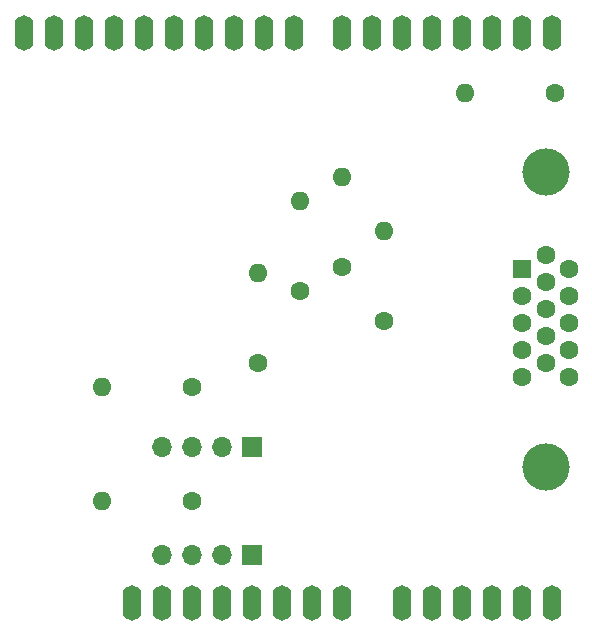
<source format=gbr>
%TF.GenerationSoftware,KiCad,Pcbnew,8.0.2-8.0.2-0~ubuntu24.04.1*%
%TF.CreationDate,2024-05-16T14:50:05-03:00*%
%TF.ProjectId,arduvga,61726475-7667-4612-9e6b-696361645f70,1*%
%TF.SameCoordinates,Original*%
%TF.FileFunction,Soldermask,Bot*%
%TF.FilePolarity,Negative*%
%FSLAX46Y46*%
G04 Gerber Fmt 4.6, Leading zero omitted, Abs format (unit mm)*
G04 Created by KiCad (PCBNEW 8.0.2-8.0.2-0~ubuntu24.04.1) date 2024-05-16 14:50:05*
%MOMM*%
%LPD*%
G01*
G04 APERTURE LIST*
%ADD10C,4.000000*%
%ADD11R,1.600000X1.600000*%
%ADD12C,1.600000*%
%ADD13O,1.600000X1.600000*%
%ADD14R,1.700000X1.700000*%
%ADD15O,1.700000X1.700000*%
%ADD16O,1.600000X3.000000*%
G04 APERTURE END LIST*
D10*
%TO.C,J5*%
X175330000Y-110416000D03*
X175330000Y-85416000D03*
D11*
X173280000Y-93601000D03*
D12*
X173280000Y-95891000D03*
X173280000Y-98181000D03*
X173280000Y-100471000D03*
X173280000Y-102761000D03*
X175260000Y-92456000D03*
X175260000Y-94746000D03*
X175260000Y-97036000D03*
X175260000Y-99326000D03*
X175260000Y-101616000D03*
X177240000Y-93601000D03*
X177240000Y-95891000D03*
X177240000Y-98181000D03*
X177240000Y-100471000D03*
X177240000Y-102761000D03*
%TD*%
%TO.C,R5*%
X145288000Y-113284000D03*
D13*
X137668000Y-113284000D03*
%TD*%
D12*
%TO.C,R6*%
X145288000Y-103632000D03*
D13*
X137668000Y-103632000D03*
%TD*%
D14*
%TO.C,J1*%
X150368000Y-117856000D03*
D15*
X147828000Y-117856000D03*
X145288000Y-117856000D03*
X142748000Y-117856000D03*
%TD*%
D12*
%TO.C,R7*%
X161544000Y-98044000D03*
D13*
X161544000Y-90424000D03*
%TD*%
D14*
%TO.C,J3*%
X150368000Y-108712000D03*
D15*
X147828000Y-108712000D03*
X145288000Y-108712000D03*
X142748000Y-108712000D03*
%TD*%
D12*
%TO.C,R2*%
X157988000Y-93472000D03*
D13*
X157988000Y-85852000D03*
%TD*%
D12*
%TO.C,R3*%
X154432000Y-95504000D03*
D13*
X154432000Y-87884000D03*
%TD*%
D12*
%TO.C,R4*%
X150876000Y-101600000D03*
D13*
X150876000Y-93980000D03*
%TD*%
D12*
%TO.C,R1*%
X176022000Y-78740000D03*
D13*
X168402000Y-78740000D03*
%TD*%
D16*
%TO.C,A1*%
X140208000Y-121920000D03*
X142748000Y-121920000D03*
X145288000Y-121920000D03*
X147828000Y-121920000D03*
X150368000Y-121920000D03*
X152908000Y-121920000D03*
X155448000Y-121920000D03*
X157988000Y-121920000D03*
X163068000Y-121920000D03*
X165608000Y-121920000D03*
X168148000Y-121920000D03*
X170688000Y-121920000D03*
X173228000Y-121920000D03*
X175768000Y-121920000D03*
X175768000Y-73660000D03*
X173228000Y-73660000D03*
X170688000Y-73660000D03*
X168148000Y-73660000D03*
X165608000Y-73660000D03*
X163068000Y-73660000D03*
X160528000Y-73660000D03*
X157988000Y-73660000D03*
X153928000Y-73660000D03*
X151388000Y-73660000D03*
X148848000Y-73660000D03*
X146308000Y-73660000D03*
X143768000Y-73660000D03*
X141228000Y-73660000D03*
X138688000Y-73660000D03*
X136148000Y-73660000D03*
X133608000Y-73660000D03*
X131068000Y-73660000D03*
%TD*%
M02*

</source>
